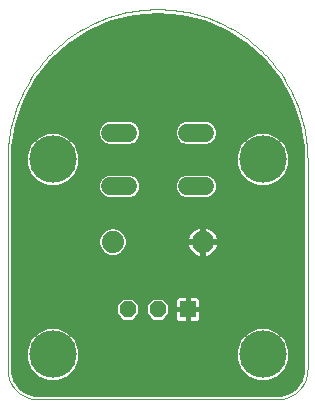
<source format=gtl>
G75*
%MOIN*%
%OFA0B0*%
%FSLAX25Y25*%
%IPPOS*%
%LPD*%
%AMOC8*
5,1,8,0,0,1.08239X$1,22.5*
%
%ADD10C,0.06000*%
%ADD11OC8,0.05600*%
%ADD12R,0.05600X0.05600*%
%ADD13C,0.00000*%
%ADD14C,0.15811*%
%ADD15C,0.07400*%
%ADD16C,0.01600*%
D10*
X0041000Y0095106D02*
X0047000Y0095106D01*
X0047000Y0112906D02*
X0041000Y0112906D01*
X0066600Y0112906D02*
X0072600Y0112906D01*
X0072600Y0095106D02*
X0066600Y0095106D01*
D11*
X0056800Y0054006D03*
X0046800Y0054006D03*
D12*
X0066800Y0054006D03*
D13*
X0096800Y0024006D02*
X0016800Y0024006D01*
X0016558Y0024009D01*
X0016317Y0024018D01*
X0016076Y0024032D01*
X0015835Y0024053D01*
X0015595Y0024079D01*
X0015355Y0024111D01*
X0015116Y0024149D01*
X0014879Y0024192D01*
X0014642Y0024242D01*
X0014407Y0024297D01*
X0014173Y0024357D01*
X0013941Y0024424D01*
X0013710Y0024495D01*
X0013481Y0024573D01*
X0013254Y0024656D01*
X0013029Y0024744D01*
X0012806Y0024838D01*
X0012586Y0024937D01*
X0012368Y0025042D01*
X0012153Y0025151D01*
X0011940Y0025266D01*
X0011730Y0025386D01*
X0011524Y0025511D01*
X0011320Y0025641D01*
X0011119Y0025776D01*
X0010922Y0025916D01*
X0010728Y0026060D01*
X0010538Y0026209D01*
X0010352Y0026363D01*
X0010169Y0026521D01*
X0009990Y0026683D01*
X0009815Y0026850D01*
X0009644Y0027021D01*
X0009477Y0027196D01*
X0009315Y0027375D01*
X0009157Y0027558D01*
X0009003Y0027744D01*
X0008854Y0027934D01*
X0008710Y0028128D01*
X0008570Y0028325D01*
X0008435Y0028526D01*
X0008305Y0028730D01*
X0008180Y0028936D01*
X0008060Y0029146D01*
X0007945Y0029359D01*
X0007836Y0029574D01*
X0007731Y0029792D01*
X0007632Y0030012D01*
X0007538Y0030235D01*
X0007450Y0030460D01*
X0007367Y0030687D01*
X0007289Y0030916D01*
X0007218Y0031147D01*
X0007151Y0031379D01*
X0007091Y0031613D01*
X0007036Y0031848D01*
X0006986Y0032085D01*
X0006943Y0032322D01*
X0006905Y0032561D01*
X0006873Y0032801D01*
X0006847Y0033041D01*
X0006826Y0033282D01*
X0006812Y0033523D01*
X0006803Y0033764D01*
X0006800Y0034006D01*
X0006800Y0104006D01*
X0006815Y0105224D01*
X0006859Y0106440D01*
X0006933Y0107656D01*
X0007037Y0108869D01*
X0007170Y0110079D01*
X0007333Y0111286D01*
X0007525Y0112488D01*
X0007746Y0113686D01*
X0007996Y0114878D01*
X0008275Y0116063D01*
X0008583Y0117241D01*
X0008920Y0118411D01*
X0009285Y0119573D01*
X0009678Y0120725D01*
X0010099Y0121868D01*
X0010548Y0122999D01*
X0011024Y0124120D01*
X0011528Y0125229D01*
X0012058Y0126325D01*
X0012615Y0127408D01*
X0013198Y0128477D01*
X0013806Y0129531D01*
X0014441Y0130571D01*
X0015100Y0131594D01*
X0015784Y0132602D01*
X0016493Y0133592D01*
X0017225Y0134565D01*
X0017981Y0135519D01*
X0018760Y0136455D01*
X0019561Y0137372D01*
X0020385Y0138269D01*
X0021230Y0139145D01*
X0022096Y0140001D01*
X0022983Y0140836D01*
X0023890Y0141648D01*
X0024816Y0142438D01*
X0025762Y0143206D01*
X0026725Y0143950D01*
X0027707Y0144670D01*
X0028706Y0145367D01*
X0029721Y0146039D01*
X0030753Y0146686D01*
X0031800Y0147307D01*
X0032862Y0147903D01*
X0033938Y0148473D01*
X0035027Y0149017D01*
X0036130Y0149533D01*
X0037245Y0150023D01*
X0038371Y0150486D01*
X0039508Y0150921D01*
X0040656Y0151328D01*
X0041813Y0151707D01*
X0042979Y0152058D01*
X0044153Y0152380D01*
X0045335Y0152674D01*
X0046524Y0152939D01*
X0047718Y0153174D01*
X0048918Y0153381D01*
X0050123Y0153558D01*
X0051331Y0153706D01*
X0052543Y0153824D01*
X0053758Y0153913D01*
X0054974Y0153973D01*
X0056191Y0154002D01*
X0057409Y0154002D01*
X0058626Y0153973D01*
X0059842Y0153913D01*
X0061057Y0153824D01*
X0062269Y0153706D01*
X0063477Y0153558D01*
X0064682Y0153381D01*
X0065882Y0153174D01*
X0067076Y0152939D01*
X0068265Y0152674D01*
X0069447Y0152380D01*
X0070621Y0152058D01*
X0071787Y0151707D01*
X0072944Y0151328D01*
X0074092Y0150921D01*
X0075229Y0150486D01*
X0076355Y0150023D01*
X0077470Y0149533D01*
X0078573Y0149017D01*
X0079662Y0148473D01*
X0080738Y0147903D01*
X0081800Y0147307D01*
X0082847Y0146686D01*
X0083879Y0146039D01*
X0084894Y0145367D01*
X0085893Y0144670D01*
X0086875Y0143950D01*
X0087838Y0143206D01*
X0088784Y0142438D01*
X0089710Y0141648D01*
X0090617Y0140836D01*
X0091504Y0140001D01*
X0092370Y0139145D01*
X0093215Y0138269D01*
X0094039Y0137372D01*
X0094840Y0136455D01*
X0095619Y0135519D01*
X0096375Y0134565D01*
X0097107Y0133592D01*
X0097816Y0132602D01*
X0098500Y0131594D01*
X0099159Y0130571D01*
X0099794Y0129531D01*
X0100402Y0128477D01*
X0100985Y0127408D01*
X0101542Y0126325D01*
X0102072Y0125229D01*
X0102576Y0124120D01*
X0103052Y0122999D01*
X0103501Y0121868D01*
X0103922Y0120725D01*
X0104315Y0119573D01*
X0104680Y0118411D01*
X0105017Y0117241D01*
X0105325Y0116063D01*
X0105604Y0114878D01*
X0105854Y0113686D01*
X0106075Y0112488D01*
X0106267Y0111286D01*
X0106430Y0110079D01*
X0106563Y0108869D01*
X0106667Y0107656D01*
X0106741Y0106440D01*
X0106785Y0105224D01*
X0106800Y0104006D01*
X0106800Y0034006D01*
X0106797Y0033764D01*
X0106788Y0033523D01*
X0106774Y0033282D01*
X0106753Y0033041D01*
X0106727Y0032801D01*
X0106695Y0032561D01*
X0106657Y0032322D01*
X0106614Y0032085D01*
X0106564Y0031848D01*
X0106509Y0031613D01*
X0106449Y0031379D01*
X0106382Y0031147D01*
X0106311Y0030916D01*
X0106233Y0030687D01*
X0106150Y0030460D01*
X0106062Y0030235D01*
X0105968Y0030012D01*
X0105869Y0029792D01*
X0105764Y0029574D01*
X0105655Y0029359D01*
X0105540Y0029146D01*
X0105420Y0028936D01*
X0105295Y0028730D01*
X0105165Y0028526D01*
X0105030Y0028325D01*
X0104890Y0028128D01*
X0104746Y0027934D01*
X0104597Y0027744D01*
X0104443Y0027558D01*
X0104285Y0027375D01*
X0104123Y0027196D01*
X0103956Y0027021D01*
X0103785Y0026850D01*
X0103610Y0026683D01*
X0103431Y0026521D01*
X0103248Y0026363D01*
X0103062Y0026209D01*
X0102872Y0026060D01*
X0102678Y0025916D01*
X0102481Y0025776D01*
X0102280Y0025641D01*
X0102076Y0025511D01*
X0101870Y0025386D01*
X0101660Y0025266D01*
X0101447Y0025151D01*
X0101232Y0025042D01*
X0101014Y0024937D01*
X0100794Y0024838D01*
X0100571Y0024744D01*
X0100346Y0024656D01*
X0100119Y0024573D01*
X0099890Y0024495D01*
X0099659Y0024424D01*
X0099427Y0024357D01*
X0099193Y0024297D01*
X0098958Y0024242D01*
X0098721Y0024192D01*
X0098484Y0024149D01*
X0098245Y0024111D01*
X0098005Y0024079D01*
X0097765Y0024053D01*
X0097524Y0024032D01*
X0097283Y0024018D01*
X0097042Y0024009D01*
X0096800Y0024006D01*
D14*
X0091800Y0039006D03*
X0091800Y0104006D03*
X0021800Y0104006D03*
X0021800Y0039006D03*
D15*
X0041800Y0076506D03*
X0071800Y0076506D03*
D16*
X0071886Y0076592D02*
X0077300Y0076592D01*
X0077300Y0076939D01*
X0077165Y0077794D01*
X0076897Y0078617D01*
X0076504Y0079389D01*
X0075995Y0080089D01*
X0075383Y0080701D01*
X0074683Y0081210D01*
X0073911Y0081603D01*
X0073088Y0081870D01*
X0072233Y0082006D01*
X0071886Y0082006D01*
X0071886Y0076592D01*
X0071714Y0076592D01*
X0071714Y0082006D01*
X0071367Y0082006D01*
X0070512Y0081870D01*
X0069689Y0081603D01*
X0068917Y0081210D01*
X0068217Y0080701D01*
X0067605Y0080089D01*
X0067096Y0079389D01*
X0066703Y0078617D01*
X0066435Y0077794D01*
X0066300Y0076939D01*
X0066300Y0076592D01*
X0071714Y0076592D01*
X0071714Y0076420D01*
X0066300Y0076420D01*
X0066300Y0076073D01*
X0066435Y0075218D01*
X0066703Y0074395D01*
X0067096Y0073623D01*
X0067605Y0072923D01*
X0068217Y0072311D01*
X0068917Y0071802D01*
X0069689Y0071409D01*
X0070512Y0071141D01*
X0071367Y0071006D01*
X0071714Y0071006D01*
X0071714Y0076420D01*
X0071886Y0076420D01*
X0071886Y0076592D01*
X0071886Y0076757D02*
X0071714Y0076757D01*
X0071886Y0076420D02*
X0077300Y0076420D01*
X0077300Y0076073D01*
X0077165Y0075218D01*
X0076897Y0074395D01*
X0076504Y0073623D01*
X0075995Y0072923D01*
X0075383Y0072311D01*
X0074683Y0071802D01*
X0073911Y0071409D01*
X0073088Y0071141D01*
X0072233Y0071006D01*
X0071886Y0071006D01*
X0071886Y0076420D01*
X0071886Y0075158D02*
X0071714Y0075158D01*
X0071714Y0073560D02*
X0071886Y0073560D01*
X0071886Y0071961D02*
X0071714Y0071961D01*
X0074902Y0071961D02*
X0105000Y0071961D01*
X0105000Y0070363D02*
X0008600Y0070363D01*
X0008600Y0071961D02*
X0039445Y0071961D01*
X0038911Y0072182D02*
X0040786Y0071406D01*
X0042814Y0071406D01*
X0044689Y0072182D01*
X0046124Y0073617D01*
X0046900Y0075491D01*
X0046900Y0077520D01*
X0046124Y0079395D01*
X0044689Y0080829D01*
X0042814Y0081606D01*
X0040786Y0081606D01*
X0038911Y0080829D01*
X0037476Y0079395D01*
X0036700Y0077520D01*
X0036700Y0075491D01*
X0037476Y0073617D01*
X0038911Y0072182D01*
X0037534Y0073560D02*
X0008600Y0073560D01*
X0008600Y0075158D02*
X0036838Y0075158D01*
X0036700Y0076757D02*
X0008600Y0076757D01*
X0008600Y0078355D02*
X0037046Y0078355D01*
X0038035Y0079954D02*
X0008600Y0079954D01*
X0008600Y0081552D02*
X0040656Y0081552D01*
X0042944Y0081552D02*
X0069589Y0081552D01*
X0071714Y0081552D02*
X0071886Y0081552D01*
X0071886Y0079954D02*
X0071714Y0079954D01*
X0071714Y0078355D02*
X0071886Y0078355D01*
X0074011Y0081552D02*
X0105000Y0081552D01*
X0105000Y0079954D02*
X0076093Y0079954D01*
X0076982Y0078355D02*
X0105000Y0078355D01*
X0105000Y0076757D02*
X0077300Y0076757D01*
X0077145Y0075158D02*
X0105000Y0075158D01*
X0105000Y0073560D02*
X0076458Y0073560D01*
X0068698Y0071961D02*
X0044155Y0071961D01*
X0046066Y0073560D02*
X0067142Y0073560D01*
X0066455Y0075158D02*
X0046762Y0075158D01*
X0046900Y0076757D02*
X0066300Y0076757D01*
X0066618Y0078355D02*
X0046554Y0078355D01*
X0045565Y0079954D02*
X0067507Y0079954D01*
X0065725Y0090706D02*
X0064108Y0091376D01*
X0062870Y0092613D01*
X0062200Y0094231D01*
X0062200Y0095981D01*
X0062870Y0097598D01*
X0064108Y0098836D01*
X0065725Y0099506D01*
X0073475Y0099506D01*
X0075092Y0098836D01*
X0076330Y0097598D01*
X0077000Y0095981D01*
X0077000Y0094231D01*
X0076330Y0092613D01*
X0075092Y0091376D01*
X0073475Y0090706D01*
X0065725Y0090706D01*
X0064669Y0091143D02*
X0048931Y0091143D01*
X0049492Y0091376D02*
X0050730Y0092613D01*
X0051400Y0094231D01*
X0051400Y0095981D01*
X0050730Y0097598D01*
X0049492Y0098836D01*
X0047875Y0099506D01*
X0040125Y0099506D01*
X0038508Y0098836D01*
X0037270Y0097598D01*
X0036600Y0095981D01*
X0036600Y0094231D01*
X0037270Y0092613D01*
X0038508Y0091376D01*
X0040125Y0090706D01*
X0047875Y0090706D01*
X0049492Y0091376D01*
X0050783Y0092742D02*
X0062817Y0092742D01*
X0062200Y0094340D02*
X0051400Y0094340D01*
X0051400Y0095939D02*
X0062200Y0095939D01*
X0062845Y0097537D02*
X0050755Y0097537D01*
X0048768Y0099136D02*
X0064832Y0099136D01*
X0065725Y0108506D02*
X0064108Y0109176D01*
X0062870Y0110413D01*
X0062200Y0112031D01*
X0062200Y0113781D01*
X0062870Y0115398D01*
X0064108Y0116636D01*
X0065725Y0117306D01*
X0073475Y0117306D01*
X0075092Y0116636D01*
X0076330Y0115398D01*
X0077000Y0113781D01*
X0077000Y0112031D01*
X0076330Y0110413D01*
X0075092Y0109176D01*
X0073475Y0108506D01*
X0065725Y0108506D01*
X0065191Y0108727D02*
X0048409Y0108727D01*
X0047875Y0108506D02*
X0049492Y0109176D01*
X0050730Y0110413D01*
X0051400Y0112031D01*
X0051400Y0113781D01*
X0050730Y0115398D01*
X0049492Y0116636D01*
X0047875Y0117306D01*
X0040125Y0117306D01*
X0038508Y0116636D01*
X0037270Y0115398D01*
X0036600Y0113781D01*
X0036600Y0112031D01*
X0037270Y0110413D01*
X0038508Y0109176D01*
X0040125Y0108506D01*
X0047875Y0108506D01*
X0050642Y0110326D02*
X0062958Y0110326D01*
X0062244Y0111924D02*
X0051356Y0111924D01*
X0051400Y0113523D02*
X0062200Y0113523D01*
X0062755Y0115121D02*
X0050845Y0115121D01*
X0049291Y0116720D02*
X0064309Y0116720D01*
X0074891Y0116720D02*
X0103223Y0116720D01*
X0103525Y0115838D02*
X0104835Y0107986D01*
X0105000Y0104006D01*
X0105000Y0034006D01*
X0104899Y0032723D01*
X0104106Y0030283D01*
X0102598Y0028208D01*
X0100523Y0026700D01*
X0098083Y0025907D01*
X0096800Y0025806D01*
X0016800Y0025806D01*
X0015517Y0025907D01*
X0013077Y0026700D01*
X0011002Y0028208D01*
X0009494Y0030283D01*
X0008701Y0032723D01*
X0008600Y0034006D01*
X0008600Y0104006D01*
X0008765Y0107986D01*
X0010075Y0115838D01*
X0012660Y0123368D01*
X0016449Y0130369D01*
X0021338Y0136651D01*
X0027195Y0142042D01*
X0033859Y0146397D01*
X0041149Y0149594D01*
X0048867Y0151549D01*
X0056800Y0152206D01*
X0064733Y0151549D01*
X0072451Y0149594D01*
X0079741Y0146397D01*
X0086405Y0142042D01*
X0092262Y0136651D01*
X0097151Y0130369D01*
X0100940Y0123368D01*
X0103525Y0115838D01*
X0103645Y0115121D02*
X0076445Y0115121D01*
X0077000Y0113523D02*
X0103912Y0113523D01*
X0104178Y0111924D02*
X0097000Y0111924D01*
X0097071Y0111895D02*
X0093651Y0113311D01*
X0089949Y0113311D01*
X0086529Y0111895D01*
X0083911Y0109277D01*
X0082494Y0105857D01*
X0082494Y0102155D01*
X0083911Y0098735D01*
X0086529Y0096117D01*
X0089949Y0094700D01*
X0093651Y0094700D01*
X0097071Y0096117D01*
X0099689Y0098735D01*
X0101105Y0102155D01*
X0101105Y0105857D01*
X0099689Y0109277D01*
X0097071Y0111895D01*
X0098640Y0110326D02*
X0104445Y0110326D01*
X0104712Y0108727D02*
X0099917Y0108727D01*
X0100579Y0107128D02*
X0104871Y0107128D01*
X0104937Y0105530D02*
X0101105Y0105530D01*
X0101105Y0103931D02*
X0105000Y0103931D01*
X0105000Y0102333D02*
X0101105Y0102333D01*
X0100517Y0100734D02*
X0105000Y0100734D01*
X0105000Y0099136D02*
X0099855Y0099136D01*
X0098491Y0097537D02*
X0105000Y0097537D01*
X0105000Y0095939D02*
X0096641Y0095939D01*
X0105000Y0094340D02*
X0077000Y0094340D01*
X0077000Y0095939D02*
X0086959Y0095939D01*
X0085109Y0097537D02*
X0076355Y0097537D01*
X0074368Y0099136D02*
X0083745Y0099136D01*
X0083083Y0100734D02*
X0030517Y0100734D01*
X0031105Y0102155D02*
X0029689Y0098735D01*
X0027071Y0096117D01*
X0023651Y0094700D01*
X0019949Y0094700D01*
X0016529Y0096117D01*
X0013911Y0098735D01*
X0012494Y0102155D01*
X0012494Y0105857D01*
X0013911Y0109277D01*
X0016529Y0111895D01*
X0019949Y0113311D01*
X0023651Y0113311D01*
X0027071Y0111895D01*
X0029689Y0109277D01*
X0031105Y0105857D01*
X0031105Y0102155D01*
X0031105Y0102333D02*
X0082494Y0102333D01*
X0082494Y0103931D02*
X0031105Y0103931D01*
X0031105Y0105530D02*
X0082494Y0105530D01*
X0083021Y0107128D02*
X0030579Y0107128D01*
X0029917Y0108727D02*
X0039591Y0108727D01*
X0037358Y0110326D02*
X0028640Y0110326D01*
X0027000Y0111924D02*
X0036644Y0111924D01*
X0036600Y0113523D02*
X0009688Y0113523D01*
X0009955Y0115121D02*
X0037155Y0115121D01*
X0038709Y0116720D02*
X0010377Y0116720D01*
X0010926Y0118318D02*
X0102674Y0118318D01*
X0102125Y0119917D02*
X0011475Y0119917D01*
X0012024Y0121515D02*
X0101576Y0121515D01*
X0101027Y0123114D02*
X0012573Y0123114D01*
X0013387Y0124712D02*
X0100213Y0124712D01*
X0099348Y0126311D02*
X0014252Y0126311D01*
X0015117Y0127909D02*
X0098483Y0127909D01*
X0097617Y0129508D02*
X0015983Y0129508D01*
X0017022Y0131106D02*
X0096578Y0131106D01*
X0095333Y0132705D02*
X0018267Y0132705D01*
X0019511Y0134303D02*
X0094089Y0134303D01*
X0092845Y0135902D02*
X0020755Y0135902D01*
X0022261Y0137500D02*
X0091339Y0137500D01*
X0089603Y0139099D02*
X0023997Y0139099D01*
X0025734Y0140697D02*
X0087866Y0140697D01*
X0086017Y0142296D02*
X0027583Y0142296D01*
X0030029Y0143894D02*
X0083571Y0143894D01*
X0081124Y0145493D02*
X0032476Y0145493D01*
X0035443Y0147091D02*
X0078157Y0147091D01*
X0074513Y0148690D02*
X0039087Y0148690D01*
X0043890Y0150288D02*
X0069710Y0150288D01*
X0060651Y0151887D02*
X0052949Y0151887D01*
X0076956Y0111924D02*
X0086600Y0111924D01*
X0084960Y0110326D02*
X0076242Y0110326D01*
X0074009Y0108727D02*
X0083683Y0108727D01*
X0076383Y0092742D02*
X0105000Y0092742D01*
X0105000Y0091143D02*
X0074531Y0091143D01*
X0069837Y0058606D02*
X0066800Y0058606D01*
X0066800Y0054006D01*
X0066800Y0054006D01*
X0066800Y0058606D01*
X0063763Y0058606D01*
X0063305Y0058483D01*
X0062895Y0058246D01*
X0062560Y0057911D01*
X0062323Y0057501D01*
X0062200Y0057043D01*
X0062200Y0054006D01*
X0066800Y0054006D01*
X0071400Y0054006D01*
X0071400Y0057043D01*
X0071277Y0057501D01*
X0071040Y0057911D01*
X0070705Y0058246D01*
X0070295Y0058483D01*
X0069837Y0058606D01*
X0071235Y0057575D02*
X0105000Y0057575D01*
X0105000Y0059173D02*
X0008600Y0059173D01*
X0008600Y0057575D02*
X0044429Y0057575D01*
X0045060Y0058206D02*
X0042600Y0055746D01*
X0042600Y0052266D01*
X0045060Y0049806D01*
X0048540Y0049806D01*
X0051000Y0052266D01*
X0051000Y0055746D01*
X0048540Y0058206D01*
X0045060Y0058206D01*
X0042831Y0055976D02*
X0008600Y0055976D01*
X0008600Y0054378D02*
X0042600Y0054378D01*
X0042600Y0052779D02*
X0008600Y0052779D01*
X0008600Y0051181D02*
X0043686Y0051181D01*
X0049914Y0051181D02*
X0053686Y0051181D01*
X0052600Y0052266D02*
X0055060Y0049806D01*
X0058540Y0049806D01*
X0061000Y0052266D01*
X0061000Y0055746D01*
X0058540Y0058206D01*
X0055060Y0058206D01*
X0052600Y0055746D01*
X0052600Y0052266D01*
X0052600Y0052779D02*
X0051000Y0052779D01*
X0051000Y0054378D02*
X0052600Y0054378D01*
X0052831Y0055976D02*
X0050769Y0055976D01*
X0049171Y0057575D02*
X0054429Y0057575D01*
X0059171Y0057575D02*
X0062365Y0057575D01*
X0062200Y0055976D02*
X0060769Y0055976D01*
X0061000Y0054378D02*
X0062200Y0054378D01*
X0062200Y0054006D02*
X0062200Y0050969D01*
X0062323Y0050511D01*
X0062560Y0050101D01*
X0062895Y0049766D01*
X0063305Y0049529D01*
X0063763Y0049406D01*
X0066800Y0049406D01*
X0069837Y0049406D01*
X0070295Y0049529D01*
X0070705Y0049766D01*
X0071040Y0050101D01*
X0071277Y0050511D01*
X0071400Y0050969D01*
X0071400Y0054006D01*
X0066800Y0054006D01*
X0066800Y0054006D01*
X0066800Y0054006D01*
X0062200Y0054006D01*
X0062200Y0052779D02*
X0061000Y0052779D01*
X0059914Y0051181D02*
X0062200Y0051181D01*
X0063213Y0049582D02*
X0008600Y0049582D01*
X0008600Y0047984D02*
X0019158Y0047984D01*
X0019949Y0048311D02*
X0016529Y0046895D01*
X0013911Y0044277D01*
X0012494Y0040857D01*
X0012494Y0037155D01*
X0013911Y0033735D01*
X0016529Y0031117D01*
X0019949Y0029700D01*
X0023651Y0029700D01*
X0027071Y0031117D01*
X0029689Y0033735D01*
X0031105Y0037155D01*
X0031105Y0040857D01*
X0029689Y0044277D01*
X0027071Y0046895D01*
X0023651Y0048311D01*
X0019949Y0048311D01*
X0016019Y0046385D02*
X0008600Y0046385D01*
X0008600Y0044787D02*
X0014421Y0044787D01*
X0013460Y0043188D02*
X0008600Y0043188D01*
X0008600Y0041590D02*
X0012798Y0041590D01*
X0012494Y0039991D02*
X0008600Y0039991D01*
X0008600Y0038393D02*
X0012494Y0038393D01*
X0012644Y0036794D02*
X0008600Y0036794D01*
X0008600Y0035195D02*
X0013306Y0035195D01*
X0014049Y0033597D02*
X0008632Y0033597D01*
X0008936Y0031998D02*
X0015647Y0031998D01*
X0018260Y0030400D02*
X0009456Y0030400D01*
X0010570Y0028801D02*
X0103030Y0028801D01*
X0104144Y0030400D02*
X0095340Y0030400D01*
X0093651Y0029700D02*
X0097071Y0031117D01*
X0099689Y0033735D01*
X0101105Y0037155D01*
X0101105Y0040857D01*
X0099689Y0044277D01*
X0097071Y0046895D01*
X0093651Y0048311D01*
X0089949Y0048311D01*
X0086529Y0046895D01*
X0083911Y0044277D01*
X0082494Y0040857D01*
X0082494Y0037155D01*
X0083911Y0033735D01*
X0086529Y0031117D01*
X0089949Y0029700D01*
X0093651Y0029700D01*
X0097953Y0031998D02*
X0104664Y0031998D01*
X0104968Y0033597D02*
X0099551Y0033597D01*
X0100294Y0035195D02*
X0105000Y0035195D01*
X0105000Y0036794D02*
X0100956Y0036794D01*
X0101105Y0038393D02*
X0105000Y0038393D01*
X0105000Y0039991D02*
X0101105Y0039991D01*
X0100802Y0041590D02*
X0105000Y0041590D01*
X0105000Y0043188D02*
X0100140Y0043188D01*
X0099179Y0044787D02*
X0105000Y0044787D01*
X0105000Y0046385D02*
X0097581Y0046385D01*
X0094442Y0047984D02*
X0105000Y0047984D01*
X0105000Y0049582D02*
X0070387Y0049582D01*
X0071400Y0051181D02*
X0105000Y0051181D01*
X0105000Y0052779D02*
X0071400Y0052779D01*
X0071400Y0054378D02*
X0105000Y0054378D01*
X0105000Y0055976D02*
X0071400Y0055976D01*
X0066800Y0055976D02*
X0066800Y0055976D01*
X0066800Y0054378D02*
X0066800Y0054378D01*
X0066800Y0054006D02*
X0066800Y0049406D01*
X0066800Y0054006D01*
X0066800Y0054006D01*
X0066800Y0052779D02*
X0066800Y0052779D01*
X0066800Y0051181D02*
X0066800Y0051181D01*
X0066800Y0049582D02*
X0066800Y0049582D01*
X0066800Y0057575D02*
X0066800Y0057575D01*
X0082798Y0041590D02*
X0030802Y0041590D01*
X0031105Y0039991D02*
X0082494Y0039991D01*
X0082494Y0038393D02*
X0031105Y0038393D01*
X0030956Y0036794D02*
X0082644Y0036794D01*
X0083306Y0035195D02*
X0030294Y0035195D01*
X0029551Y0033597D02*
X0084049Y0033597D01*
X0085647Y0031998D02*
X0027953Y0031998D01*
X0025340Y0030400D02*
X0088260Y0030400D01*
X0083460Y0043188D02*
X0030140Y0043188D01*
X0029179Y0044787D02*
X0084421Y0044787D01*
X0086019Y0046385D02*
X0027581Y0046385D01*
X0024442Y0047984D02*
X0089158Y0047984D01*
X0101215Y0027203D02*
X0012385Y0027203D01*
X0008600Y0060772D02*
X0105000Y0060772D01*
X0105000Y0062370D02*
X0008600Y0062370D01*
X0008600Y0063969D02*
X0105000Y0063969D01*
X0105000Y0065567D02*
X0008600Y0065567D01*
X0008600Y0067166D02*
X0105000Y0067166D01*
X0105000Y0068764D02*
X0008600Y0068764D01*
X0008600Y0083151D02*
X0105000Y0083151D01*
X0105000Y0084749D02*
X0008600Y0084749D01*
X0008600Y0086348D02*
X0105000Y0086348D01*
X0105000Y0087946D02*
X0008600Y0087946D01*
X0008600Y0089545D02*
X0105000Y0089545D01*
X0039069Y0091143D02*
X0008600Y0091143D01*
X0008600Y0092742D02*
X0037217Y0092742D01*
X0036600Y0094340D02*
X0008600Y0094340D01*
X0008600Y0095939D02*
X0016959Y0095939D01*
X0015109Y0097537D02*
X0008600Y0097537D01*
X0008600Y0099136D02*
X0013745Y0099136D01*
X0013083Y0100734D02*
X0008600Y0100734D01*
X0008600Y0102333D02*
X0012494Y0102333D01*
X0012494Y0103931D02*
X0008600Y0103931D01*
X0008663Y0105530D02*
X0012494Y0105530D01*
X0013021Y0107128D02*
X0008729Y0107128D01*
X0008888Y0108727D02*
X0013683Y0108727D01*
X0014960Y0110326D02*
X0009155Y0110326D01*
X0009422Y0111924D02*
X0016600Y0111924D01*
X0026641Y0095939D02*
X0036600Y0095939D01*
X0037245Y0097537D02*
X0028491Y0097537D01*
X0029855Y0099136D02*
X0039232Y0099136D01*
M02*

</source>
